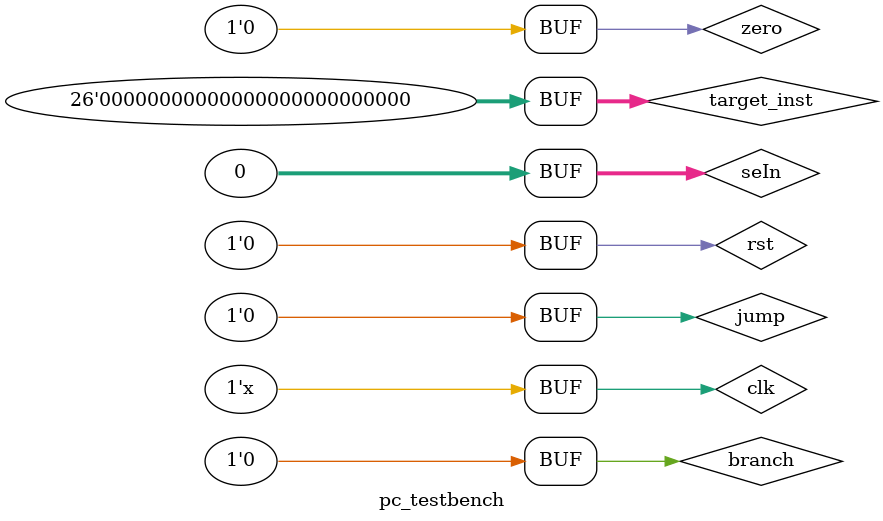
<source format=sv>
/*
Testbench for the program counter
*/

`timescale 1 ps / 100 fs

module pc_testbench();


	reg [31:0] seIn; //sign extended 32 bit value
	reg [25:0] target_inst; //target intruction to branch to
	reg jump, branch, zero, clk, rst; //single bit inputs
	wire [31:0] inst;
	reg [31:0] reg_Da;

	parameter DELAY = 50000;
	
	pc DUT(inst, target_inst, seIn, jump, branch, zero, clk, rst, reg_Da);


	initial begin
	  	clk = 0;
	  	jump = 0;
	  	branch = 0;
	  	zero = 0;
	  	seIn = 32'h00000000;
	  	target_inst = 26'h0000000;
	  	rst = 1;
	  	#(DELAY*2);
	  	rst = 0;
	  	#(DELAY*100);
	end

	always #(DELAY) clk = ~clk;
	
endmodule

</source>
